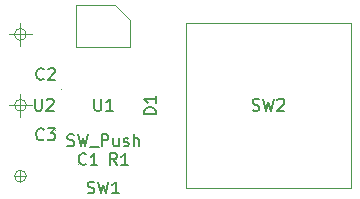
<source format=gbr>
%TF.GenerationSoftware,KiCad,Pcbnew,9.0.0*%
%TF.CreationDate,2025-02-28T17:55:05+00:00*%
%TF.ProjectId,vm_keycap_button_0.1,766d5f6b-6579-4636-9170-5f627574746f,v0.1*%
%TF.SameCoordinates,PX5a995c0PY47868c0*%
%TF.FileFunction,AssemblyDrawing,Top*%
%FSLAX46Y46*%
G04 Gerber Fmt 4.6, Leading zero omitted, Abs format (unit mm)*
G04 Created by KiCad (PCBNEW 9.0.0) date 2025-02-28 17:55:05*
%MOMM*%
%LPD*%
G01*
G04 APERTURE LIST*
%ADD10C,0.150000*%
%ADD11C,0.060000*%
%ADD12C,0.100000*%
%ADD13C,0.010000*%
%ADD14C,0.120000*%
G04 APERTURE END LIST*
D10*
X-6846667Y-5054819D02*
X-7180000Y-4578628D01*
X-7418095Y-5054819D02*
X-7418095Y-4054819D01*
X-7418095Y-4054819D02*
X-7037143Y-4054819D01*
X-7037143Y-4054819D02*
X-6941905Y-4102438D01*
X-6941905Y-4102438D02*
X-6894286Y-4150057D01*
X-6894286Y-4150057D02*
X-6846667Y-4245295D01*
X-6846667Y-4245295D02*
X-6846667Y-4388152D01*
X-6846667Y-4388152D02*
X-6894286Y-4483390D01*
X-6894286Y-4483390D02*
X-6941905Y-4531009D01*
X-6941905Y-4531009D02*
X-7037143Y-4578628D01*
X-7037143Y-4578628D02*
X-7418095Y-4578628D01*
X-5894286Y-5054819D02*
X-6465714Y-5054819D01*
X-6180000Y-5054819D02*
X-6180000Y-4054819D01*
X-6180000Y-4054819D02*
X-6275238Y-4197676D01*
X-6275238Y-4197676D02*
X-6370476Y-4292914D01*
X-6370476Y-4292914D02*
X-6465714Y-4340533D01*
X4666667Y-407200D02*
X4809524Y-454819D01*
X4809524Y-454819D02*
X5047619Y-454819D01*
X5047619Y-454819D02*
X5142857Y-407200D01*
X5142857Y-407200D02*
X5190476Y-359580D01*
X5190476Y-359580D02*
X5238095Y-264342D01*
X5238095Y-264342D02*
X5238095Y-169104D01*
X5238095Y-169104D02*
X5190476Y-73866D01*
X5190476Y-73866D02*
X5142857Y-26247D01*
X5142857Y-26247D02*
X5047619Y21372D01*
X5047619Y21372D02*
X4857143Y68991D01*
X4857143Y68991D02*
X4761905Y116610D01*
X4761905Y116610D02*
X4714286Y164229D01*
X4714286Y164229D02*
X4666667Y259467D01*
X4666667Y259467D02*
X4666667Y354705D01*
X4666667Y354705D02*
X4714286Y449943D01*
X4714286Y449943D02*
X4761905Y497562D01*
X4761905Y497562D02*
X4857143Y545181D01*
X4857143Y545181D02*
X5095238Y545181D01*
X5095238Y545181D02*
X5238095Y497562D01*
X5571429Y545181D02*
X5809524Y-454819D01*
X5809524Y-454819D02*
X6000000Y259467D01*
X6000000Y259467D02*
X6190476Y-454819D01*
X6190476Y-454819D02*
X6428572Y545181D01*
X6761905Y449943D02*
X6809524Y497562D01*
X6809524Y497562D02*
X6904762Y545181D01*
X6904762Y545181D02*
X7142857Y545181D01*
X7142857Y545181D02*
X7238095Y497562D01*
X7238095Y497562D02*
X7285714Y449943D01*
X7285714Y449943D02*
X7333333Y354705D01*
X7333333Y354705D02*
X7333333Y259467D01*
X7333333Y259467D02*
X7285714Y116610D01*
X7285714Y116610D02*
X6714286Y-454819D01*
X6714286Y-454819D02*
X7333333Y-454819D01*
X-3525181Y-738094D02*
X-4525181Y-738094D01*
X-4525181Y-738094D02*
X-4525181Y-499999D01*
X-4525181Y-499999D02*
X-4477562Y-357142D01*
X-4477562Y-357142D02*
X-4382324Y-261904D01*
X-4382324Y-261904D02*
X-4287086Y-214285D01*
X-4287086Y-214285D02*
X-4096610Y-166666D01*
X-4096610Y-166666D02*
X-3953753Y-166666D01*
X-3953753Y-166666D02*
X-3763277Y-214285D01*
X-3763277Y-214285D02*
X-3668039Y-261904D01*
X-3668039Y-261904D02*
X-3572800Y-357142D01*
X-3572800Y-357142D02*
X-3525181Y-499999D01*
X-3525181Y-499999D02*
X-3525181Y-738094D01*
X-3525181Y785715D02*
X-3525181Y214287D01*
X-3525181Y500001D02*
X-4525181Y500001D01*
X-4525181Y500001D02*
X-4382324Y404763D01*
X-4382324Y404763D02*
X-4287086Y309525D01*
X-4287086Y309525D02*
X-4239467Y214287D01*
X-13036667Y2240420D02*
X-13084286Y2192800D01*
X-13084286Y2192800D02*
X-13227143Y2145181D01*
X-13227143Y2145181D02*
X-13322381Y2145181D01*
X-13322381Y2145181D02*
X-13465238Y2192800D01*
X-13465238Y2192800D02*
X-13560476Y2288039D01*
X-13560476Y2288039D02*
X-13608095Y2383277D01*
X-13608095Y2383277D02*
X-13655714Y2573753D01*
X-13655714Y2573753D02*
X-13655714Y2716610D01*
X-13655714Y2716610D02*
X-13608095Y2907086D01*
X-13608095Y2907086D02*
X-13560476Y3002324D01*
X-13560476Y3002324D02*
X-13465238Y3097562D01*
X-13465238Y3097562D02*
X-13322381Y3145181D01*
X-13322381Y3145181D02*
X-13227143Y3145181D01*
X-13227143Y3145181D02*
X-13084286Y3097562D01*
X-13084286Y3097562D02*
X-13036667Y3049943D01*
X-12655714Y3049943D02*
X-12608095Y3097562D01*
X-12608095Y3097562D02*
X-12512857Y3145181D01*
X-12512857Y3145181D02*
X-12274762Y3145181D01*
X-12274762Y3145181D02*
X-12179524Y3097562D01*
X-12179524Y3097562D02*
X-12131905Y3049943D01*
X-12131905Y3049943D02*
X-12084286Y2954705D01*
X-12084286Y2954705D02*
X-12084286Y2859467D01*
X-12084286Y2859467D02*
X-12131905Y2716610D01*
X-12131905Y2716610D02*
X-12703333Y2145181D01*
X-12703333Y2145181D02*
X-12084286Y2145181D01*
X-13036667Y-2859580D02*
X-13084286Y-2907200D01*
X-13084286Y-2907200D02*
X-13227143Y-2954819D01*
X-13227143Y-2954819D02*
X-13322381Y-2954819D01*
X-13322381Y-2954819D02*
X-13465238Y-2907200D01*
X-13465238Y-2907200D02*
X-13560476Y-2811961D01*
X-13560476Y-2811961D02*
X-13608095Y-2716723D01*
X-13608095Y-2716723D02*
X-13655714Y-2526247D01*
X-13655714Y-2526247D02*
X-13655714Y-2383390D01*
X-13655714Y-2383390D02*
X-13608095Y-2192914D01*
X-13608095Y-2192914D02*
X-13560476Y-2097676D01*
X-13560476Y-2097676D02*
X-13465238Y-2002438D01*
X-13465238Y-2002438D02*
X-13322381Y-1954819D01*
X-13322381Y-1954819D02*
X-13227143Y-1954819D01*
X-13227143Y-1954819D02*
X-13084286Y-2002438D01*
X-13084286Y-2002438D02*
X-13036667Y-2050057D01*
X-12703333Y-1954819D02*
X-12084286Y-1954819D01*
X-12084286Y-1954819D02*
X-12417619Y-2335771D01*
X-12417619Y-2335771D02*
X-12274762Y-2335771D01*
X-12274762Y-2335771D02*
X-12179524Y-2383390D01*
X-12179524Y-2383390D02*
X-12131905Y-2431009D01*
X-12131905Y-2431009D02*
X-12084286Y-2526247D01*
X-12084286Y-2526247D02*
X-12084286Y-2764342D01*
X-12084286Y-2764342D02*
X-12131905Y-2859580D01*
X-12131905Y-2859580D02*
X-12179524Y-2907200D01*
X-12179524Y-2907200D02*
X-12274762Y-2954819D01*
X-12274762Y-2954819D02*
X-12560476Y-2954819D01*
X-12560476Y-2954819D02*
X-12655714Y-2907200D01*
X-12655714Y-2907200D02*
X-12703333Y-2859580D01*
X-13761905Y545181D02*
X-13761905Y-264342D01*
X-13761905Y-264342D02*
X-13714286Y-359580D01*
X-13714286Y-359580D02*
X-13666667Y-407200D01*
X-13666667Y-407200D02*
X-13571429Y-454819D01*
X-13571429Y-454819D02*
X-13380953Y-454819D01*
X-13380953Y-454819D02*
X-13285715Y-407200D01*
X-13285715Y-407200D02*
X-13238096Y-359580D01*
X-13238096Y-359580D02*
X-13190477Y-264342D01*
X-13190477Y-264342D02*
X-13190477Y545181D01*
X-12761905Y449943D02*
X-12714286Y497562D01*
X-12714286Y497562D02*
X-12619048Y545181D01*
X-12619048Y545181D02*
X-12380953Y545181D01*
X-12380953Y545181D02*
X-12285715Y497562D01*
X-12285715Y497562D02*
X-12238096Y449943D01*
X-12238096Y449943D02*
X-12190477Y354705D01*
X-12190477Y354705D02*
X-12190477Y259467D01*
X-12190477Y259467D02*
X-12238096Y116610D01*
X-12238096Y116610D02*
X-12809524Y-454819D01*
X-12809524Y-454819D02*
X-12190477Y-454819D01*
X-9446667Y-4959580D02*
X-9494286Y-5007200D01*
X-9494286Y-5007200D02*
X-9637143Y-5054819D01*
X-9637143Y-5054819D02*
X-9732381Y-5054819D01*
X-9732381Y-5054819D02*
X-9875238Y-5007200D01*
X-9875238Y-5007200D02*
X-9970476Y-4911961D01*
X-9970476Y-4911961D02*
X-10018095Y-4816723D01*
X-10018095Y-4816723D02*
X-10065714Y-4626247D01*
X-10065714Y-4626247D02*
X-10065714Y-4483390D01*
X-10065714Y-4483390D02*
X-10018095Y-4292914D01*
X-10018095Y-4292914D02*
X-9970476Y-4197676D01*
X-9970476Y-4197676D02*
X-9875238Y-4102438D01*
X-9875238Y-4102438D02*
X-9732381Y-4054819D01*
X-9732381Y-4054819D02*
X-9637143Y-4054819D01*
X-9637143Y-4054819D02*
X-9494286Y-4102438D01*
X-9494286Y-4102438D02*
X-9446667Y-4150057D01*
X-8494286Y-5054819D02*
X-9065714Y-5054819D01*
X-8780000Y-5054819D02*
X-8780000Y-4054819D01*
X-8780000Y-4054819D02*
X-8875238Y-4197676D01*
X-8875238Y-4197676D02*
X-8970476Y-4292914D01*
X-8970476Y-4292914D02*
X-9065714Y-4340533D01*
X-8741905Y545181D02*
X-8741905Y-264342D01*
X-8741905Y-264342D02*
X-8694286Y-359580D01*
X-8694286Y-359580D02*
X-8646667Y-407200D01*
X-8646667Y-407200D02*
X-8551429Y-454819D01*
X-8551429Y-454819D02*
X-8360953Y-454819D01*
X-8360953Y-454819D02*
X-8265715Y-407200D01*
X-8265715Y-407200D02*
X-8218096Y-359580D01*
X-8218096Y-359580D02*
X-8170477Y-264342D01*
X-8170477Y-264342D02*
X-8170477Y545181D01*
X-7170477Y-454819D02*
X-7741905Y-454819D01*
X-7456191Y-454819D02*
X-7456191Y545181D01*
X-7456191Y545181D02*
X-7551429Y402324D01*
X-7551429Y402324D02*
X-7646667Y307086D01*
X-7646667Y307086D02*
X-7741905Y259467D01*
X-11027619Y-3407200D02*
X-10884762Y-3454819D01*
X-10884762Y-3454819D02*
X-10646667Y-3454819D01*
X-10646667Y-3454819D02*
X-10551429Y-3407200D01*
X-10551429Y-3407200D02*
X-10503810Y-3359580D01*
X-10503810Y-3359580D02*
X-10456191Y-3264342D01*
X-10456191Y-3264342D02*
X-10456191Y-3169104D01*
X-10456191Y-3169104D02*
X-10503810Y-3073866D01*
X-10503810Y-3073866D02*
X-10551429Y-3026247D01*
X-10551429Y-3026247D02*
X-10646667Y-2978628D01*
X-10646667Y-2978628D02*
X-10837143Y-2931009D01*
X-10837143Y-2931009D02*
X-10932381Y-2883390D01*
X-10932381Y-2883390D02*
X-10980000Y-2835771D01*
X-10980000Y-2835771D02*
X-11027619Y-2740533D01*
X-11027619Y-2740533D02*
X-11027619Y-2645295D01*
X-11027619Y-2645295D02*
X-10980000Y-2550057D01*
X-10980000Y-2550057D02*
X-10932381Y-2502438D01*
X-10932381Y-2502438D02*
X-10837143Y-2454819D01*
X-10837143Y-2454819D02*
X-10599048Y-2454819D01*
X-10599048Y-2454819D02*
X-10456191Y-2502438D01*
X-10122857Y-2454819D02*
X-9884762Y-3454819D01*
X-9884762Y-3454819D02*
X-9694286Y-2740533D01*
X-9694286Y-2740533D02*
X-9503810Y-3454819D01*
X-9503810Y-3454819D02*
X-9265714Y-2454819D01*
X-9122857Y-3550057D02*
X-8360953Y-3550057D01*
X-8122857Y-3454819D02*
X-8122857Y-2454819D01*
X-8122857Y-2454819D02*
X-7741905Y-2454819D01*
X-7741905Y-2454819D02*
X-7646667Y-2502438D01*
X-7646667Y-2502438D02*
X-7599048Y-2550057D01*
X-7599048Y-2550057D02*
X-7551429Y-2645295D01*
X-7551429Y-2645295D02*
X-7551429Y-2788152D01*
X-7551429Y-2788152D02*
X-7599048Y-2883390D01*
X-7599048Y-2883390D02*
X-7646667Y-2931009D01*
X-7646667Y-2931009D02*
X-7741905Y-2978628D01*
X-7741905Y-2978628D02*
X-8122857Y-2978628D01*
X-6694286Y-2788152D02*
X-6694286Y-3454819D01*
X-7122857Y-2788152D02*
X-7122857Y-3311961D01*
X-7122857Y-3311961D02*
X-7075238Y-3407200D01*
X-7075238Y-3407200D02*
X-6980000Y-3454819D01*
X-6980000Y-3454819D02*
X-6837143Y-3454819D01*
X-6837143Y-3454819D02*
X-6741905Y-3407200D01*
X-6741905Y-3407200D02*
X-6694286Y-3359580D01*
X-6265714Y-3407200D02*
X-6170476Y-3454819D01*
X-6170476Y-3454819D02*
X-5980000Y-3454819D01*
X-5980000Y-3454819D02*
X-5884762Y-3407200D01*
X-5884762Y-3407200D02*
X-5837143Y-3311961D01*
X-5837143Y-3311961D02*
X-5837143Y-3264342D01*
X-5837143Y-3264342D02*
X-5884762Y-3169104D01*
X-5884762Y-3169104D02*
X-5980000Y-3121485D01*
X-5980000Y-3121485D02*
X-6122857Y-3121485D01*
X-6122857Y-3121485D02*
X-6218095Y-3073866D01*
X-6218095Y-3073866D02*
X-6265714Y-2978628D01*
X-6265714Y-2978628D02*
X-6265714Y-2931009D01*
X-6265714Y-2931009D02*
X-6218095Y-2835771D01*
X-6218095Y-2835771D02*
X-6122857Y-2788152D01*
X-6122857Y-2788152D02*
X-5980000Y-2788152D01*
X-5980000Y-2788152D02*
X-5884762Y-2835771D01*
X-5408571Y-3454819D02*
X-5408571Y-2454819D01*
X-4980000Y-3454819D02*
X-4980000Y-2931009D01*
X-4980000Y-2931009D02*
X-5027619Y-2835771D01*
X-5027619Y-2835771D02*
X-5122857Y-2788152D01*
X-5122857Y-2788152D02*
X-5265714Y-2788152D01*
X-5265714Y-2788152D02*
X-5360952Y-2835771D01*
X-5360952Y-2835771D02*
X-5408571Y-2883390D01*
X-9313333Y-7407200D02*
X-9170476Y-7454819D01*
X-9170476Y-7454819D02*
X-8932381Y-7454819D01*
X-8932381Y-7454819D02*
X-8837143Y-7407200D01*
X-8837143Y-7407200D02*
X-8789524Y-7359580D01*
X-8789524Y-7359580D02*
X-8741905Y-7264342D01*
X-8741905Y-7264342D02*
X-8741905Y-7169104D01*
X-8741905Y-7169104D02*
X-8789524Y-7073866D01*
X-8789524Y-7073866D02*
X-8837143Y-7026247D01*
X-8837143Y-7026247D02*
X-8932381Y-6978628D01*
X-8932381Y-6978628D02*
X-9122857Y-6931009D01*
X-9122857Y-6931009D02*
X-9218095Y-6883390D01*
X-9218095Y-6883390D02*
X-9265714Y-6835771D01*
X-9265714Y-6835771D02*
X-9313333Y-6740533D01*
X-9313333Y-6740533D02*
X-9313333Y-6645295D01*
X-9313333Y-6645295D02*
X-9265714Y-6550057D01*
X-9265714Y-6550057D02*
X-9218095Y-6502438D01*
X-9218095Y-6502438D02*
X-9122857Y-6454819D01*
X-9122857Y-6454819D02*
X-8884762Y-6454819D01*
X-8884762Y-6454819D02*
X-8741905Y-6502438D01*
X-8408571Y-6454819D02*
X-8170476Y-7454819D01*
X-8170476Y-7454819D02*
X-7980000Y-6740533D01*
X-7980000Y-6740533D02*
X-7789524Y-7454819D01*
X-7789524Y-7454819D02*
X-7551428Y-6454819D01*
X-6646667Y-7454819D02*
X-7218095Y-7454819D01*
X-6932381Y-7454819D02*
X-6932381Y-6454819D01*
X-6932381Y-6454819D02*
X-7027619Y-6597676D01*
X-7027619Y-6597676D02*
X-7122857Y-6692914D01*
X-7122857Y-6692914D02*
X-7218095Y-6740533D01*
D11*
%TO.C,R1*%
X-7450000Y-5000000D02*
G75*
G02*
X-7510000Y-5000000I-30000J0D01*
G01*
X-7510000Y-5000000D02*
G75*
G02*
X-7450000Y-5000000I30000J0D01*
G01*
D12*
%TO.C,SW2*%
X-1000000Y7000000D02*
X-1000000Y-7000000D01*
X-1000000Y-7000000D02*
X13000000Y-7000000D01*
X13000000Y7000000D02*
X-1000000Y7000000D01*
X13000000Y-7000000D02*
X13000000Y7000000D01*
D11*
%TO.C,D1*%
X-3550000Y-800000D02*
G75*
G02*
X-3610000Y-800000I-30000J0D01*
G01*
X-3610000Y-800000D02*
G75*
G02*
X-3550000Y-800000I30000J0D01*
G01*
D13*
%TO.C,GS3*%
X-16000000Y0D02*
X-14000000Y0D01*
X-15000000Y1000000D02*
X-15000000Y-1000000D01*
X-14500000Y0D02*
G75*
G02*
X-15500000Y0I-500000J0D01*
G01*
X-15500000Y0D02*
G75*
G02*
X-14500000Y0I500000J0D01*
G01*
D11*
%TO.C,C2*%
X-12040000Y3000000D02*
G75*
G02*
X-12100000Y3000000I-30000J0D01*
G01*
X-12100000Y3000000D02*
G75*
G02*
X-12040000Y3000000I30000J0D01*
G01*
%TO.C,C3*%
X-12040000Y-2100000D02*
G75*
G02*
X-12100000Y-2100000I-30000J0D01*
G01*
X-12100000Y-2100000D02*
G75*
G02*
X-12040000Y-2100000I30000J0D01*
G01*
D13*
%TO.C,GS1*%
X-16000000Y6000000D02*
X-14000000Y6000000D01*
X-15000000Y7000000D02*
X-15000000Y5000000D01*
X-14500000Y6000000D02*
G75*
G02*
X-15500000Y6000000I-500000J0D01*
G01*
X-15500000Y6000000D02*
G75*
G02*
X-14500000Y6000000I500000J0D01*
G01*
D11*
%TO.C,U2*%
X-11470000Y1370000D02*
G75*
G02*
X-11530000Y1370000I-30000J0D01*
G01*
X-11530000Y1370000D02*
G75*
G02*
X-11470000Y1370000I30000J0D01*
G01*
D14*
%TO.C,J1*%
X-10266000Y8465400D02*
X-6964000Y8465400D01*
X-10266000Y4909400D02*
X-10266000Y8465400D01*
X-6964000Y8465400D02*
X-5694000Y7195400D01*
X-5694000Y7195400D02*
X-5694000Y4909400D01*
X-5694000Y4909400D02*
X-10266000Y4909400D01*
D11*
%TO.C,C1*%
X-10050000Y-5000000D02*
G75*
G02*
X-10110000Y-5000000I-30000J0D01*
G01*
X-10110000Y-5000000D02*
G75*
G02*
X-10050000Y-5000000I30000J0D01*
G01*
D13*
%TO.C,GS2*%
X-15500000Y-6000000D02*
X-14500000Y-6000000D01*
X-15000000Y-5500000D02*
X-15000000Y-6500000D01*
X-14500000Y-6000000D02*
G75*
G02*
X-15500000Y-6000000I-500000J0D01*
G01*
X-15500000Y-6000000D02*
G75*
G02*
X-14500000Y-6000000I500000J0D01*
G01*
D11*
%TO.C,U1*%
X-11200000Y-3200000D02*
G75*
G02*
X-11260000Y-3200000I-30000J0D01*
G01*
X-11260000Y-3200000D02*
G75*
G02*
X-11200000Y-3200000I30000J0D01*
G01*
%TD*%
M02*

</source>
